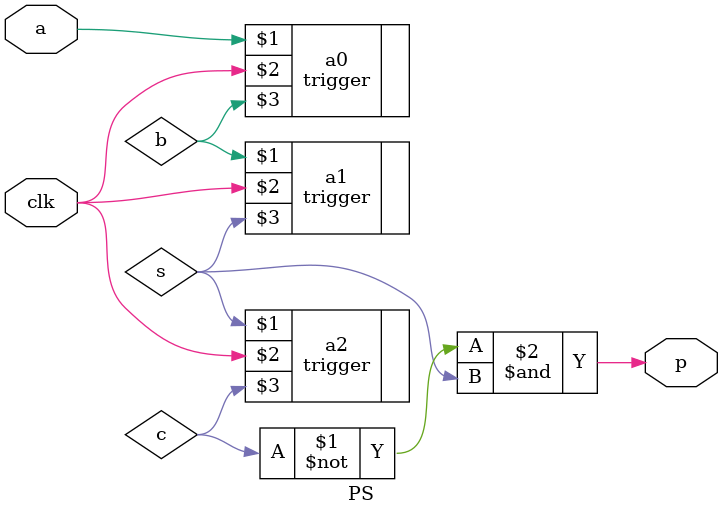
<source format=v>
`timescale 1ns / 1ps


module PS(
    input a,
    input clk,
    output p
    );
    wire b;
    wire c;
    wire s;
    trigger a0(a,clk,b);
    trigger a1(b,clk,s);
    trigger a2(s,clk,c);
    assign p = (~c)&s;
endmodule
</source>
